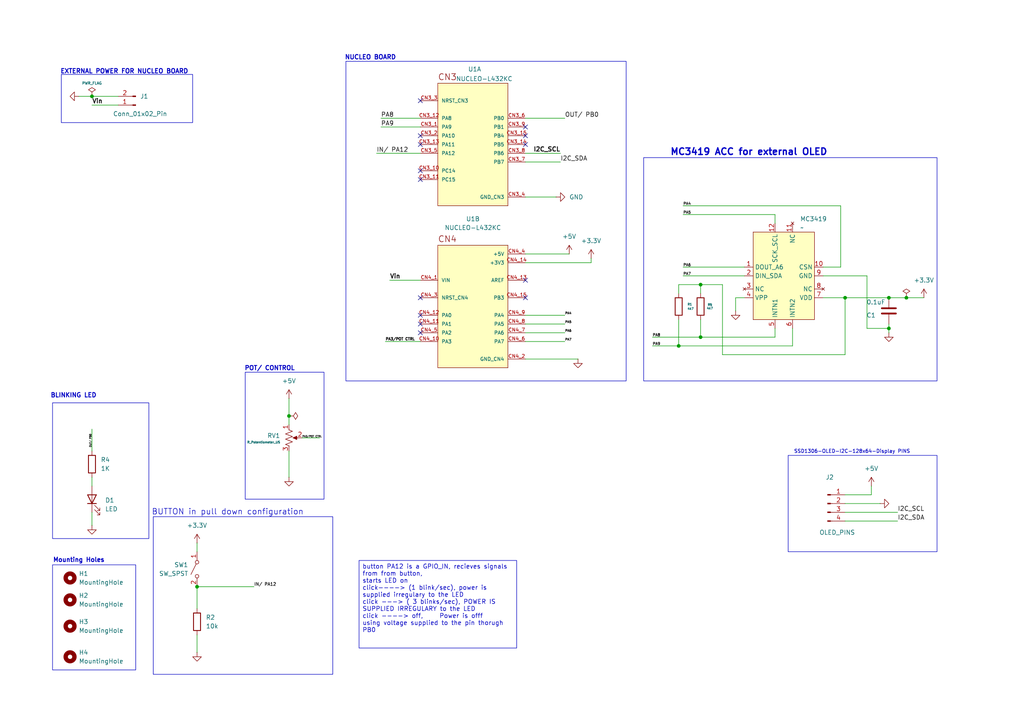
<source format=kicad_sch>
(kicad_sch (version 20231120) (generator "eeschema") (generator_version "8.0")
  (paper "A4")
  (title_block (title "Onboarding Schematic") (date "2024-11-16") (rev "1") (company "Efraim"))
  (lib_symbols
    (symbol "Connector:Conn_01x02_Pin" (pin_names (offset 1.016) hide)
      (property "Reference" "J" (at 0 2.54 0))
      (property "Value" "Conn_01x02_Pin" (at 0 -5.08 0))
      (symbol "Conn_01x02_Pin_1_1"
        (polyline (pts (xy 1.27 -2.54) (xy 0.8636 -2.54)) (stroke (width 0.1524)))
        (polyline (pts (xy 1.27 0) (xy 0.8636 0)) (stroke (width 0.1524)))
        (rectangle (start 0.8636 -2.413) (end 0 -2.667) (stroke (width 0.1524)) (fill (type outline)))
        (rectangle (start 0.8636 0.127) (end 0 -0.127) (stroke (width 0.1524)) (fill (type outline)))
        (pin passive line (at 5.08 0 180) (length 3.81) (name "Pin_1") (number "1"))
        (pin passive line (at 5.08 -2.54 180) (length 3.81) (name "Pin_2") (number "2"))
      )
    )
    (symbol "Connector:Conn_01x04_Pin" (pin_names (offset 1.016) hide)
      (property "Reference" "J" (at 0 5.08 0))
      (property "Value" "Conn_01x04_Pin" (at 0 -7.62 0))
      (symbol "Conn_01x04_Pin_1_1"
        (polyline (pts (xy 1.27 -5.08) (xy 0.8636 -5.08)) (stroke (width 0.1524)))
        (polyline (pts (xy 1.27 -2.54) (xy 0.8636 -2.54)) (stroke (width 0.1524)))
        (polyline (pts (xy 1.27 0) (xy 0.8636 0)) (stroke (width 0.1524)))
        (polyline (pts (xy 1.27 2.54) (xy 0.8636 2.54)) (stroke (width 0.1524)))
        (rectangle (start 0.8636 -4.953) (end 0 -5.207) (stroke (width 0.1524)) (fill (type outline)))
        (rectangle (start 0.8636 -2.413) (end 0 -2.667) (stroke (width 0.1524)) (fill (type outline)))
        (rectangle (start 0.8636 0.127) (end 0 -0.127) (stroke (width 0.1524)) (fill (type outline)))
        (rectangle (start 0.8636 2.667) (end 0 2.413) (stroke (width 0.1524)) (fill (type outline)))
        (pin passive line (at 5.08 2.54 180) (length 3.81) (name "Pin_1") (number "1"))
        (pin passive line (at 5.08 0 180) (length 3.81) (name "Pin_2") (number "2"))
        (pin passive line (at 5.08 -2.54 180) (length 3.81) (name "Pin_3") (number "3"))
        (pin passive line (at 5.08 -5.08 180) (length 3.81) (name "Pin_4") (number "4"))
      )
    )
    (symbol "Device:C" (pin_numbers hide) (pin_names (offset 0.254))
      (property "Reference" "C" (at 0.635 2.54 0))
      (property "Value" "C" (at 0.635 -2.54 0))
      (symbol "C_0_1"
        (polyline (pts (xy -2.032 -0.762) (xy 2.032 -0.762)) (stroke (width 0.508)))
        (polyline (pts (xy -2.032 0.762) (xy 2.032 0.762)) (stroke (width 0.508)))
      )
      (symbol "C_1_1"
        (pin passive line (at 0 3.81 270) (length 2.794) (name "~") (number "1"))
        (pin passive line (at 0 -3.81 90) (length 2.794) (name "~") (number "2"))
      )
    )
    (symbol "Device:LED" (pin_numbers hide) (pin_names (offset 1.016) hide)
      (property "Reference" "D" (at 0 2.54 0))
      (property "Value" "LED" (at 0 -2.54 0))
      (symbol "LED_0_1"
        (polyline (pts (xy -1.27 -1.27) (xy -1.27 1.27)) (stroke (width 0.254)))
        (polyline (pts (xy -1.27 0) (xy 1.27 0)))
        (polyline (pts (xy 1.27 -1.27) (xy 1.27 1.27) (xy -1.27 0) (xy 1.27 -1.27)) (stroke (width 0.254)))
        (polyline (pts (xy -3.048 -0.762) (xy -4.572 -2.286) (xy -3.81 -2.286) (xy -4.572 -2.286) (xy -4.572 -1.524)))
        (polyline (pts (xy -1.778 -0.762) (xy -3.302 -2.286) (xy -2.54 -2.286) (xy -3.302 -2.286) (xy -3.302 -1.524)))
      )
      (symbol "LED_1_1"
        (pin passive line (at -3.81 0 0) (length 2.54) (name "K") (number "1"))
        (pin passive line (at 3.81 0 180) (length 2.54) (name "A") (number "2"))
      )
    )
    (symbol "Device:R" (pin_numbers hide) (pin_names (offset 0))
      (property "Reference" "R" (at 2.032 0 90))
      (property "Value" "R" (at 0 0 90))
      (symbol "R_0_1"
        (rectangle (start -1.016 -2.54) (end 1.016 2.54) (stroke (width 0.254)))
      )
      (symbol "R_1_1"
        (pin passive line (at 0 3.81 270) (length 1.27) (name "~") (number "1"))
        (pin passive line (at 0 -3.81 90) (length 1.27) (name "~") (number "2"))
      )
    )
    (symbol "Device:R_Potentiometer_US" (pin_names (offset 1.016) hide)
      (property "Reference" "RV" (at -4.445 0 90))
      (property "Value" "R_Potentiometer_US" (at -2.54 0 90))
      (symbol "R_Potentiometer_US_0_1"
        (polyline (pts (xy 0 -2.286) (xy 0 -2.54)))
        (polyline (pts (xy 0 2.54) (xy 0 2.286)))
        (polyline (pts (xy 2.54 0) (xy 1.524 0)))
        (polyline (pts (xy 1.143 0) (xy 2.286 0.508) (xy 2.286 -0.508) (xy 1.143 0)) (fill (type outline)))
        (polyline (pts (xy 0 -0.762) (xy 1.016 -1.143) (xy 0 -1.524) (xy -1.016 -1.905) (xy 0 -2.286)))
        (polyline (pts (xy 0 0.762) (xy 1.016 0.381) (xy 0 0) (xy -1.016 -0.381) (xy 0 -0.762)))
        (polyline (pts (xy 0 2.286) (xy 1.016 1.905) (xy 0 1.524) (xy -1.016 1.143) (xy 0 0.762)))
      )
      (symbol "R_Potentiometer_US_1_1"
        (pin passive line (at 0 3.81 270) (length 1.27) (name "1") (number "1"))
        (pin passive line (at 3.81 0 180) (length 1.27) (name "2") (number "2"))
        (pin passive line (at 0 -3.81 90) (length 1.27) (name "3") (number "3"))
      )
    )
    (symbol "Library_with_acc:MC3419"
      (property "Reference" "MC3759" (at 13.208 -10.16 0))
      (symbol "MC3419_1_1"
        (rectangle (start -8.89 13.97) (end 8.89 -11.43) (fill (type background)))
        (pin output line (at -11.43 3.81 0) (length 2.54) (name "DOUT_A6") (number "1"))
        (pin input line (at 11.43 3.81 180) (length 2.54) (name "CSN") (number "10"))
        (pin no_connect line (at 2.54 16.51 270) (length 2.54) (name "NC") (number "11"))
        (pin input line (at -2.54 16.51 270) (length 2.54) (name "SCK_SCL") (number "12"))
        (pin bidirectional line (at -11.43 1.27 0) (length 2.54) (name "DIN_SDA") (number "2"))
        (pin no_connect line (at -11.43 -2.54 0) (length 2.54) (name "NC") (number "3"))
        (pin passive line (at -11.43 -5.08 0) (length 2.54) (name "VPP") (number "4"))
        (pin open_collector line (at -2.54 -13.97 90) (length 2.54) (name "INTN1") (number "5"))
        (pin open_collector line (at 2.54 -13.97 90) (length 2.54) (name "INTN2") (number "6"))
        (pin power_in line (at 11.43 -5.08 180) (length 2.54) (name "VDD") (number "7"))
        (pin no_connect line (at 11.43 -2.54 180) (length 2.54) (name "NC") (number "8"))
        (pin power_in line (at 11.43 1.27 180) (length 2.54) (name "GND") (number "9"))
      )
    )
    (symbol "Mechanical:MountingHole" (pin_names (offset 1.016)) (exclude_from_sim yes) (in_bom no)
      (property "Reference" "H" (at 0 5.08 0))
      (property "Value" "MountingHole" (at 0 3.175 0))
      (symbol "MountingHole_0_1"
        (circle (center 0 0) (radius 1.27) (stroke (width 1.27)))
      )
    )
    (symbol "Switch:SW_SPST" (pin_names (offset 0) hide)
      (property "Reference" "SW" (at 0 3.175 0))
      (property "Value" "SW_SPST" (at 0 -2.54 0))
      (symbol "SW_SPST_0_0"
        (circle (center -2.032 0) (radius 0.508))
        (polyline (pts (xy -1.524 0.254) (xy 1.524 1.778)))
        (circle (center 2.032 0) (radius 0.508))
      )
      (symbol "SW_SPST_1_1"
        (pin passive line (at -5.08 0 0) (length 2.54) (name "A") (number "1"))
        (pin passive line (at 5.08 0 180) (length 2.54) (name "B") (number "2"))
      )
    )
    (symbol "ecocad_lib_symbols:NUCLEO-L432KC" (pin_names (offset 1.016))
      (property "Reference" "U" (at -10.16 21.082 0))
      (property "Value" "NUCLEO-L432KC" (at -10.16 -20.32 0))
      (symbol "NUCLEO-L432KC_1_0"
        (rectangle (start -10.16 -17.78) (end 10.16 17.78) (stroke (width 0.1524)) (fill (type background)))
        (text "CN3" (at -10.16 18.542 0) (effects (font (size 1.778 1.778)) (justify left bottom)))
        (pin bidirectional line (at -15.24 5.08 0) (length 5.08) (name "PA9") (number "CN3_1"))
        (pin bidirectional line (at -15.24 -7.62 0) (length 5.08) (name "PC14") (number "CN3_10"))
        (pin bidirectional line (at -15.24 -10.16 0) (length 5.08) (name "PC15") (number "CN3_11"))
        (pin bidirectional line (at -15.24 7.62 0) (length 5.08) (name "PA8") (number "CN3_12"))
        (pin bidirectional line (at -15.24 0 0) (length 5.08) (name "PA11") (number "CN3_13"))
        (pin bidirectional line (at 15.24 0 180) (length 5.08) (name "PB5") (number "CN3_14"))
        (pin bidirectional line (at 15.24 2.54 180) (length 5.08) (name "PB4") (number "CN3_15"))
        (pin bidirectional line (at -15.24 2.54 0) (length 5.08) (name "PA10") (number "CN3_2"))
        (pin bidirectional line (at -15.24 12.7 0) (length 5.08) (name "NRST_CN3") (number "CN3_3"))
        (pin power_in line (at 15.24 -15.24 180) (length 5.08) (name "GND_CN3") (number "CN3_4"))
        (pin bidirectional line (at -15.24 -2.54 0) (length 5.08) (name "PA12") (number "CN3_5"))
        (pin bidirectional line (at 15.24 7.62 180) (length 5.08) (name "PB0") (number "CN3_6"))
        (pin bidirectional line (at 15.24 -5.08 180) (length 5.08) (name "PB7") (number "CN3_7"))
        (pin bidirectional line (at 15.24 -2.54 180) (length 5.08) (name "PB6") (number "CN3_8"))
        (pin bidirectional line (at 15.24 5.08 180) (length 5.08) (name "PB1") (number "CN3_9"))
      )
      (symbol "NUCLEO-L432KC_2_0"
        (rectangle (start -10.16 -17.78) (end 10.16 17.78) (stroke (width 0.1524)) (fill (type background)))
        (text "CN4" (at -10.16 18.542 0) (effects (font (size 1.778 1.778)) (justify left bottom)))
        (pin input line (at -15.24 7.62 0) (length 5.08) (name "VIN") (number "CN4_1"))
        (pin bidirectional line (at -15.24 -10.16 0) (length 5.08) (name "PA3") (number "CN4_10"))
        (pin bidirectional line (at -15.24 -5.08 0) (length 5.08) (name "PA1") (number "CN4_11"))
        (pin bidirectional line (at -15.24 -2.54 0) (length 5.08) (name "PA0") (number "CN4_12"))
        (pin bidirectional line (at 15.24 7.62 180) (length 5.08) (name "AREF") (number "CN4_13"))
        (pin power_in line (at 15.24 12.7 180) (length 5.08) (name "+3V3") (number "CN4_14"))
        (pin bidirectional line (at 15.24 2.54 180) (length 5.08) (name "PB3") (number "CN4_15"))
        (pin power_in line (at 15.24 -15.24 180) (length 5.08) (name "GND_CN4") (number "CN4_2"))
        (pin bidirectional line (at -15.24 2.54 0) (length 5.08) (name "NRST_CN4") (number "CN4_3"))
        (pin power_in line (at 15.24 15.24 180) (length 5.08) (name "+5V") (number "CN4_4"))
        (pin bidirectional line (at -15.24 -7.62 0) (length 5.08) (name "PA2") (number "CN4_5"))
        (pin bidirectional line (at 15.24 -10.16 180) (length 5.08) (name "PA7") (number "CN4_6"))
        (pin bidirectional line (at 15.24 -7.62 180) (length 5.08) (name "PA6") (number "CN4_7"))
        (pin bidirectional line (at 15.24 -5.08 180) (length 5.08) (name "PA5") (number "CN4_8"))
        (pin bidirectional line (at 15.24 -2.54 180) (length 5.08) (name "PA4") (number "CN4_9"))
      )
    )
    (symbol "power:+3.3V" (power) (pin_numbers hide) (pin_names (offset 0) hide)
      (property "Value" "+3.3V" (at 0 3.556 0))
      (symbol "+3.3V_0_1"
        (polyline (pts (xy -0.762 1.27) (xy 0 2.54)))
        (polyline (pts (xy 0 0) (xy 0 2.54)))
        (polyline (pts (xy 0 2.54) (xy 0.762 1.27)))
      )
      (symbol "+3.3V_1_1"
        (pin power_in line (at 0 0 90) (length 0) (name "~") (number "1"))
      )
    )
    (symbol "power:+5V" (power) (pin_numbers hide) (pin_names (offset 0) hide)
      (property "Value" "+5V" (at 0 3.556 0))
      (symbol "+5V_0_1"
        (polyline (pts (xy -0.762 1.27) (xy 0 2.54)))
        (polyline (pts (xy 0 0) (xy 0 2.54)))
        (polyline (pts (xy 0 2.54) (xy 0.762 1.27)))
      )
      (symbol "+5V_1_1"
        (pin power_in line (at 0 0 90) (length 0) (name "~") (number "1"))
      )
    )
    (symbol "power:GND" (power) (pin_numbers hide) (pin_names (offset 0) hide)
      (property "Value" "GND" (at 0 -3.81 0))
      (symbol "GND_0_1"
        (polyline (pts (xy 0 0) (xy 0 -1.27) (xy 1.27 -1.27) (xy 0 -2.54) (xy -1.27 -1.27) (xy 0 -1.27)))
      )
      (symbol "GND_1_1"
        (pin power_in line (at 0 0 270) (length 0) (name "~") (number "1"))
      )
    )
    (symbol "power:PWR_FLAG" (power) (pin_numbers hide) (pin_names (offset 0) hide)
      (property "Value" "PWR_FLAG" (at 0 3.81 0))
      (symbol "PWR_FLAG_0_0"
        (pin power_out line (at 0 0 90) (length 0) (name "~") (number "1"))
      )
      (symbol "PWR_FLAG_0_1"
        (polyline (pts (xy 0 0) (xy 0 1.27) (xy -1.016 1.905) (xy 0 2.54) (xy 1.016 1.905) (xy 0 1.27)))
      )
    )
  )
  (junction (at 83.82 120.65))
  (junction (at 257.81 95.25))
  (junction (at 26.67 27.94))
  (junction (at 57.15 170.18))
  (junction (at 262.89 86.36))
  (junction (at 203.2 82.55))
  (junction (at 245.11 86.36))
  (junction (at 257.81 86.36))
  (junction (at 203.2 97.79))
  (junction (at 196.85 100.33))
  (no_connect (at 121.92 91.44))
  (no_connect (at 152.4 41.91))
  (no_connect (at 121.92 41.91))
  (no_connect (at 121.92 52.07))
  (no_connect (at 121.92 93.98))
  (no_connect (at 121.92 96.52))
  (no_connect (at 121.92 29.21))
  (no_connect (at 121.92 86.36))
  (no_connect (at 121.92 39.37))
  (no_connect (at 152.4 81.28))
  (no_connect (at 152.4 36.83))
  (no_connect (at 152.4 86.36))
  (no_connect (at 121.92 49.53))
  (no_connect (at 152.4 39.37))
  (wire (pts (xy 245.11 102.87) (xy 209.55 102.87)))
  (wire (pts (xy 113.03 81.28) (xy 121.92 81.28)))
  (wire (pts (xy 213.36 86.36) (xy 213.36 90.17)))
  (wire (pts (xy 152.4 91.44) (xy 163.83 91.44)))
  (wire (pts (xy 224.79 95.25) (xy 224.79 97.79)))
  (wire (pts (xy 198.12 77.47) (xy 215.9 77.47)))
  (wire (pts (xy 110.49 36.83) (xy 121.92 36.83)))
  (wire (pts (xy 251.46 80.01) (xy 251.46 95.25)))
  (wire (pts (xy 152.4 73.66) (xy 165.1 73.66)))
  (wire (pts (xy 257.81 95.25) (xy 257.81 96.52)))
  (wire (pts (xy 57.15 184.15) (xy 57.15 189.23)))
  (wire (pts (xy 152.4 57.15) (xy 161.29 57.15)))
  (wire (pts (xy 245.11 146.05) (xy 255.27 146.05)))
  (wire (pts (xy 152.4 93.98) (xy 163.83 93.98)))
  (wire (pts (xy 262.89 86.36) (xy 267.97 86.36)))
  (wire (pts (xy 238.76 77.47) (xy 243.84 77.47)))
  (wire (pts (xy 252.73 140.97) (xy 252.73 143.51)))
  (wire (pts (xy 111.76 99.06) (xy 121.92 99.06)))
  (wire (pts (xy 224.79 64.77) (xy 224.79 62.23)))
  (wire (pts (xy 203.2 82.55) (xy 196.85 82.55)))
  (wire (pts (xy 83.82 115.57) (xy 83.82 120.65)))
  (wire (pts (xy 198.12 59.69) (xy 243.84 59.69)))
  (wire (pts (xy 26.67 148.59) (xy 26.67 152.4)))
  (wire (pts (xy 245.11 143.51) (xy 252.73 143.51)))
  (wire (pts (xy 189.23 100.33) (xy 196.85 100.33)))
  (wire (pts (xy 196.85 82.55) (xy 196.85 85.09)))
  (wire (pts (xy 203.2 97.79) (xy 224.79 97.79)))
  (wire (pts (xy 152.4 104.14) (xy 167.64 104.14)))
  (wire (pts (xy 245.11 86.36) (xy 257.81 86.36)))
  (wire (pts (xy 26.67 138.43) (xy 26.67 140.97)))
  (wire (pts (xy 198.12 80.01) (xy 215.9 80.01)))
  (wire (pts (xy 198.12 62.23) (xy 224.79 62.23)))
  (wire (pts (xy 171.45 74.93) (xy 171.45 76.2)))
  (wire (pts (xy 152.4 44.45) (xy 162.56 44.45)))
  (wire (pts (xy 109.22 44.45) (xy 121.92 44.45)))
  (wire (pts (xy 238.76 86.36) (xy 245.11 86.36)))
  (wire (pts (xy 229.87 95.25) (xy 229.87 100.33)))
  (wire (pts (xy 196.85 92.71) (xy 196.85 100.33)))
  (wire (pts (xy 245.11 151.13) (xy 260.35 151.13)))
  (wire (pts (xy 26.67 30.48) (xy 34.29 30.48)))
  (wire (pts (xy 238.76 80.01) (xy 251.46 80.01)))
  (wire (pts (xy 26.67 27.94) (xy 34.29 27.94)))
  (wire (pts (xy 22.86 27.94) (xy 26.67 27.94)))
  (wire (pts (xy 196.85 100.33) (xy 229.87 100.33)))
  (wire (pts (xy 257.81 86.36) (xy 262.89 86.36)))
  (wire (pts (xy 152.4 46.99) (xy 162.56 46.99)))
  (wire (pts (xy 243.84 77.47) (xy 243.84 59.69)))
  (wire (pts (xy 245.11 148.59) (xy 260.35 148.59)))
  (wire (pts (xy 189.23 97.79) (xy 203.2 97.79)))
  (wire (pts (xy 152.4 99.06) (xy 163.83 99.06)))
  (wire (pts (xy 57.15 176.53) (xy 57.15 170.18)))
  (wire (pts (xy 209.55 82.55) (xy 203.2 82.55)))
  (wire (pts (xy 251.46 95.25) (xy 257.81 95.25)))
  (wire (pts (xy 152.4 76.2) (xy 171.45 76.2)))
  (wire (pts (xy 83.82 120.65) (xy 83.82 123.19)))
  (wire (pts (xy 152.4 96.52) (xy 163.83 96.52)))
  (wire (pts (xy 245.11 86.36) (xy 245.11 102.87)))
  (wire (pts (xy 26.67 124.46) (xy 26.67 130.81)))
  (wire (pts (xy 87.63 127) (xy 92.71 127)))
  (wire (pts (xy 57.15 157.48) (xy 57.15 160.02)))
  (wire (pts (xy 203.2 82.55) (xy 203.2 85.09)))
  (wire (pts (xy 83.82 130.81) (xy 83.82 138.43)))
  (wire (pts (xy 152.4 34.29) (xy 163.83 34.29)))
  (wire (pts (xy 203.2 92.71) (xy 203.2 97.79)))
  (wire (pts (xy 110.49 34.29) (xy 121.92 34.29)))
  (wire (pts (xy 257.81 93.98) (xy 257.81 95.25)))
  (wire (pts (xy 215.9 86.36) (xy 213.36 86.36)))
  (wire (pts (xy 57.15 170.18) (xy 73.66 170.18)))
  (wire (pts (xy 209.55 102.87) (xy 209.55 82.55)))
  (rectangle (start 71.12 107.95) (end 93.98 144.78))
  (rectangle (start 100.33 17.78) (end 181.61 110.49))
  (rectangle (start 228.6 132.08) (end 271.78 160.02))
  (rectangle (start 17.78 21.59) (end 55.88 35.56))
  (rectangle (start 44.45 149.86) (end 96.52 195.58))
  (rectangle (start 15.24 116.84) (end 43.18 156.21))
  (rectangle (start 15.24 163.83) (end 39.37 194.31))
  (rectangle (start 186.69 45.72) (end 271.78 110.49))
  (text_box "button PA12 is a GPIO_IN, recieves signals from from button, \nstarts LED on \nclick----> (1 blink/sec), power is supplied irregulary to the LED\nclick ---> ( 3 blinks/sec), POWER IS SUPPLIED IRREGULARY to the LED\nclick ----> off,     Power is offf\nusing voltage supplied to the pin thorugh PB0\n\n" (at 104.14 162.56 0) (size 45.72 25.4) (effects (font (size 1.27 1.27)) (justify left top)))
  (text "EXTERNAL POWER FOR NUCLEO BOARD" (at 36.068 20.828 0) (effects (font (size 1.27 1.27) (thickness 0.254) (bold yes))))
  (text "BLINKING LED" (at 21.336 114.808 0) (effects (font (size 1.27 1.27) (thickness 0.254) (bold yes))))
  (text "Mounting Holes" (at 22.86 162.56 0) (effects (font (size 1.27 1.27) (thickness 0.254) (bold yes))))
  (text "SSD1306-OLED-I2C-128x64-Display PINS" (at 247.142 131.064 0) (effects (font (size 1.016 1.016))))
  (text "MC3419 ACC for external OLED " (at 217.932 44.196 0) (effects (font (size 1.905 1.905) (thickness 0.381) (bold yes))))
  (text "POT/ CONTROL" (at 78.232 106.934 0) (effects (font (size 1.27 1.27) (thickness 0.254) (bold yes))))
  (text "NUCLEO BOARD" (at 107.442 16.764 0) (effects (font (size 1.27 1.27) (thickness 0.254) (bold yes))))
  (text "BUTTON in pull down configuration" (at 66.04 148.59 0) (effects (font (size 1.651 1.651))))
  (label "PA7" (at 198.12 80.01 0) (effects (font (size 0.762 0.762))))
  (label "OUT{slash} PB0" (at 26.67 125.73 270) (effects (font (size 0.508 0.508))))
  (label "Vin" (at 113.03 81.28 0) (effects (font (thickness 0.254) (bold yes))))
  (label "PA4" (at 163.83 91.44 0) (effects (font (size 0.635 0.635) (thickness 0.254) (bold yes))))
  (label "PA3{slash}POT CTRL" (at 111.76 99.06 0) (effects (font (size 0.762 0.762) (thickness 0.254) (bold yes))))
  (label "PA9" (at 110.49 36.83 0))
  (label "I2C_SCL" (at 260.35 148.59 0))
  (label "PA5" (at 198.12 62.23 0) (effects (font (size 0.762 0.762))))
  (label "IN{slash} PA12" (at 109.22 44.45 0))
  (label "I2C_SDA" (at 162.56 46.99 0))
  (label "Vin" (at 26.67 30.48 0) (effects (font (thickness 0.254) (bold yes))))
  (label "IN{slash} PA12" (at 73.66 170.18 0) (effects (font (size 0.889 0.889))))
  (label "I2C_SCL" (at 162.56 44.45 180) (effects (font (thickness 0.254) (bold yes))))
  (label "PA9" (at 189.23 100.33 0) (effects (font (size 0.762 0.762))))
  (label "I2C_SDA" (at 260.35 151.13 0))
  (label "PA6" (at 198.12 77.47 0) (effects (font (size 0.762 0.762))))
  (label "PA7" (at 163.83 99.06 0) (effects (font (size 0.635 0.635) (thickness 0.254) (bold yes))))
  (label "OUT{slash} PB0" (at 163.83 34.29 0))
  (label "PA5" (at 163.83 93.98 0) (effects (font (size 0.635 0.635) (thickness 0.254) (bold yes))))
  (label "PA6" (at 163.83 96.52 0) (effects (font (size 0.635 0.635) (thickness 0.254) (bold yes))))
  (label "PA4" (at 198.12 59.69 0) (effects (font (size 0.762 0.762))))
  (label "PA8" (at 110.49 34.29 0))
  (label "PA3{slash}POT CTRL" (at 87.63 127 0) (effects (font (size 0.508 0.508))))
  (label "PA8" (at 189.23 97.79 0) (effects (font (size 0.762 0.762))))
  (symbol (lib_id "Connector:Conn_01x02_Pin") (at 39.37 30.48 180) (unit 1)
    (property "Reference" "J1" (at 40.64 27.9399 0) (effects (justify right)))
    (property "Value" "Conn_01x02_Pin" (at 32.766 33.02 0) (effects (justify right)))
    (property "Footprint" "Connector_PinHeader_2.54mm:PinHeader_1x02_P2.54mm_Vertical" (effects (hide yes)))
    (property "Description" "Generic connector, single row, 01x02, script generated" (effects (hide yes)))
  )
  (symbol (lib_id "power:+3.3V") (at 171.45 74.93 0) (unit 1)
    (property "Reference" "#PWR013" (effects (hide yes)))
    (property "Value" "+3.3V" (at 171.45 69.85 0))
    (property "Description" "Power symbol creates a global label with name \"+3.3V\"" (effects (hide yes)))
  )
  (symbol (lib_id "power:PWR_FLAG") (at 262.89 86.36 0) (unit 1)
    (property "Reference" "#FLG02" (effects (hide yes)))
    (property "Value" "PWR_FLAG" (effects (hide yes)))
    (property "Description" "Special symbol for telling ERC where power comes from" (effects (hide yes)))
  )
  (symbol (lib_id "Device:R_Potentiometer_US") (at 83.82 127 0) (unit 1)
    (property "Reference" "RV1" (at 81.28 126.3649 0) (effects (justify right)))
    (property "Value" "R_Potentiometer_US" (at 81.28 128.27 0) (effects (font (size 0.635 0.635)) (justify right)))
    (property "Footprint" "LIB_PTN091-V05115K1B:PTN091V05115K1B" (effects (hide yes)))
    (property "Description" "Potentiometer, US symbol" (effects (hide yes)))
  )
  (symbol (lib_id "power:GND") (at 57.15 189.23 0) (unit 1)
    (property "Reference" "#PWR07" (effects (hide yes)))
    (property "Value" "GND" (effects (hide yes)))
    (property "Description" "Power symbol creates a global label with name \"GND\" , ground" (effects (hide yes)))
  )
  (symbol (lib_id "power:GND") (at 255.27 146.05 90) (unit 1)
    (property "Reference" "#PWR015" (effects (hide yes)))
    (property "Value" "GND" (effects (hide yes)))
    (property "Description" "Power symbol creates a global label with name \"GND\" , ground" (effects (hide yes)))
  )
  (symbol (lib_id "Mechanical:MountingHole") (at 20.32 167.64 0) (unit 1) (exclude_from_sim yes) (in_bom no)
    (property "Reference" "H1" (at 22.86 166.3699 0) (effects (justify left)))
    (property "Value" "MountingHole" (at 22.86 168.9099 0) (effects (justify left)))
    (property "Footprint" "MountingHole:MountingHole_2.2mm_M2" (effects (hide yes)))
    (property "Description" "Mounting Hole without connection" (effects (hide yes)))
  )
  (symbol (lib_id "Device:R") (at 26.67 134.62 0) (unit 1)
    (property "Reference" "R4" (at 29.21 133.3499 0) (effects (justify left)))
    (property "Value" "1K" (at 29.21 135.8899 0) (effects (justify left)))
    (property "Footprint" "Resistor_SMD:R_0402_1005Metric" (effects (hide yes)))
    (property "Description" "Resistor" (effects (hide yes)))
  )
  (symbol (lib_id "Device:LED") (at 26.67 144.78 90) (unit 1)
    (property "Reference" "D1" (at 30.48 145.0974 90) (effects (justify right)))
    (property "Value" "LED" (at 30.48 147.6374 90) (effects (justify right)))
    (property "Footprint" "LED_THT:LED_D3.0mm" (effects (hide yes)))
    (property "Description" "Light emitting diode" (effects (hide yes)))
  )
  (symbol (lib_id "Library_with_acc:MC3419") (at 227.33 81.28 0) (unit 1)
    (property "Reference" "MC3419" (at 232.0641 63.5 0) (effects (justify left)))
    (property "Value" "~" (at 232.0641 66.04 0) (effects (justify left)))
    (property "Footprint" "ecocad_lib_footprints:MC3479_MEM" (effects (hide yes)))
  )
  (symbol (lib_id "Device:R") (at 196.85 88.9 0) (unit 1)
    (property "Reference" "R1" (at 199.39 88.265 0) (effects (font (size 0.635 0.635)) (justify left)))
    (property "Value" "4k7" (at 199.39 89.535 0) (effects (font (size 0.635 0.635)) (justify left)))
    (property "Footprint" "Resistor_SMD:R_0402_1005Metric" (effects (hide yes)))
    (property "Description" "Resistor" (effects (hide yes)))
  )
  (symbol (lib_id "power:GND") (at 161.29 57.15 90) (unit 1)
    (property "Reference" "#PWR010" (effects (hide yes)))
    (property "Value" "GND" (at 165.1 57.1499 90) (effects (justify right)))
    (property "Description" "Power symbol creates a global label with name \"GND\" , ground" (effects (hide yes)))
  )
  (symbol (lib_id "power:GND") (at 26.67 152.4 0) (unit 1)
    (property "Reference" "#PWR011" (effects (hide yes)))
    (property "Value" "GND" (effects (hide yes)))
    (property "Description" "Power symbol creates a global label with name \"GND\" , ground" (effects (hide yes)))
  )
  (symbol (lib_id "Mechanical:MountingHole") (at 20.32 181.61 0) (unit 1) (exclude_from_sim yes) (in_bom no)
    (property "Reference" "H3" (at 22.86 180.3399 0) (effects (justify left)))
    (property "Value" "MountingHole" (at 22.86 182.8799 0) (effects (justify left)))
    (property "Footprint" "MountingHole:MountingHole_2.2mm_M2" (effects (hide yes)))
    (property "Description" "Mounting Hole without connection" (effects (hide yes)))
  )
  (symbol (lib_id "power:+5V") (at 252.73 140.97 0) (unit 1)
    (property "Reference" "#PWR014" (effects (hide yes)))
    (property "Value" "+5V" (at 252.73 135.89 0))
    (property "Description" "Power symbol creates a global label with name \"+5V\"" (effects (hide yes)))
  )
  (symbol (lib_id "Mechanical:MountingHole") (at 20.32 173.99 0) (unit 1) (exclude_from_sim yes) (in_bom no)
    (property "Reference" "H2" (at 22.86 172.7199 0) (effects (justify left)))
    (property "Value" "MountingHole" (at 22.86 175.2599 0) (effects (justify left)))
    (property "Footprint" "MountingHole:MountingHole_2.2mm_M2" (effects (hide yes)))
    (property "Description" "Mounting Hole without connection" (effects (hide yes)))
  )
  (symbol (lib_id "power:GND") (at 213.36 90.17 0) (unit 1)
    (property "Reference" "#PWR02" (effects (hide yes)))
    (property "Value" "GND" (effects (hide yes)))
    (property "Description" "Power symbol creates a global label with name \"GND\" , ground" (effects (hide yes)))
  )
  (symbol (lib_id "power:GND") (at 167.64 104.14 0) (unit 1)
    (property "Reference" "#PWR04" (effects (hide yes)))
    (property "Value" "GND" (effects (hide yes)))
    (property "Description" "Power symbol creates a global label with name \"GND\" , ground" (effects (hide yes)))
  )
  (symbol (lib_id "power:GND") (at 83.82 138.43 0) (unit 1)
    (property "Reference" "#PWR08" (effects (hide yes)))
    (property "Value" "GND" (effects (hide yes)))
    (property "Description" "Power symbol creates a global label with name \"GND\" , ground" (effects (hide yes)))
  )
  (symbol (lib_id "Device:R") (at 57.15 180.34 0) (unit 1)
    (property "Reference" "R2" (at 59.69 179.0699 0) (effects (justify left)))
    (property "Value" "10k" (at 59.69 181.6099 0) (effects (justify left)))
    (property "Footprint" "Resistor_SMD:R_0402_1005Metric" (effects (hide yes)))
    (property "Description" "Resistor" (effects (hide yes)))
  )
  (symbol (lib_id "ecocad_lib_symbols:NUCLEO-L432KC") (at 137.16 88.9 0) (unit 2)
    (property "Reference" "U1" (at 137.16 63.5 0))
    (property "Value" "NUCLEO-L432KC" (at 137.16 66.04 0))
    (property "Footprint" "ecocad_lib_footprints:MODULE_NUCLEO-L432KC" (effects (hide yes)))
    (property "PARTREV" "N/A" (effects (hide yes)))
    (property "STANDARD" "Manufacturer Recommendations" (effects (hide yes)))
    (property "MAXIMUM_PACKAGE_HEIGHT" "N/A" (effects (hide yes)))
    (property "MANUFACTURER" "ST Microelectronics" (effects (hide yes)))
  )
  (symbol (lib_id "power:GND") (at 257.81 96.52 0) (unit 1)
    (property "Reference" "#PWR01" (effects (hide yes)))
    (property "Value" "GND" (effects (hide yes)))
    (property "Description" "Power symbol creates a global label with name \"GND\" , ground" (effects (hide yes)))
  )
  (symbol (lib_id "power:PWR_FLAG") (at 26.67 27.94 0) (unit 1)
    (property "Reference" "#FLG03" (effects (hide yes)))
    (property "Value" "PWR_FLAG" (at 26.67 24.13 0) (effects (font (size 0.762 0.762))))
    (property "Description" "Special symbol for telling ERC where power comes from" (effects (hide yes)))
  )
  (symbol (lib_id "Connector:Conn_01x04_Pin") (at 240.03 146.05 0) (unit 1)
    (property "Reference" "J2" (at 240.665 138.43 0))
    (property "Value" "OLED_PINS" (at 242.824 154.432 0))
    (property "Footprint" "Connector_PinHeader_2.54mm:PinHeader_1x04_P2.54mm_Vertical" (effects (hide yes)))
    (property "Description" "Generic connector, single row, 01x04, script generated" (effects (hide yes)))
  )
  (symbol (lib_id "Switch:SW_SPST") (at 57.15 165.1 90) (mirror x) (unit 1)
    (property "Reference" "SW1" (at 54.61 163.8299 90) (effects (justify left)))
    (property "Value" "SW_SPST" (at 54.61 166.3699 90) (effects (justify left)))
    (property "Footprint" "Button_Switch_SMD:SW_SPST_B3U-1000P" (effects (hide yes)))
    (property "Description" "Single Pole Single Throw (SPST) switch" (effects (hide yes)))
  )
  (symbol (lib_id "power:+5V") (at 165.1 73.66 0) (unit 1)
    (property "Reference" "#PWR012" (effects (hide yes)))
    (property "Value" "+5V" (at 165.1 68.58 0))
    (property "Description" "Power symbol creates a global label with name \"+5V\"" (effects (hide yes)))
  )
  (symbol (lib_id "power:PWR_FLAG") (at 83.82 120.65 270) (unit 1)
    (property "Reference" "#FLG01" (effects (hide yes)))
    (property "Value" "PWR_FLAG" (effects (hide yes)))
    (property "Description" "Special symbol for telling ERC where power comes from" (effects (hide yes)))
  )
  (symbol (lib_id "ecocad_lib_symbols:NUCLEO-L432KC") (at 137.16 41.91 0) (unit 1)
    (property "Reference" "U1" (at 137.668 20.066 0))
    (property "Value" "NUCLEO-L432KC" (at 140.462 22.86 0))
    (property "Footprint" "ecocad_lib_footprints:MODULE_NUCLEO-L432KC" (effects (hide yes)))
    (property "PARTREV" "N/A" (effects (hide yes)))
    (property "STANDARD" "Manufacturer Recommendations" (effects (hide yes)))
    (property "MAXIMUM_PACKAGE_HEIGHT" "N/A" (effects (hide yes)))
    (property "MANUFACTURER" "ST Microelectronics" (effects (hide yes)))
  )
  (symbol (lib_id "power:+5V") (at 83.82 115.57 0) (unit 1)
    (property "Reference" "#PWR09" (effects (hide yes)))
    (property "Value" "+5V" (at 83.82 110.49 0))
    (property "Description" "Power symbol creates a global label with name \"+5V\"" (effects (hide yes)))
  )
  (symbol (lib_id "Device:C") (at 257.81 90.17 180) (unit 1)
    (property "Reference" "C1" (at 254 91.4401 0) (effects (justify left)))
    (property "Value" "0.1uF" (at 256.794 87.63 0) (effects (justify left)))
    (property "Footprint" "Capacitor_SMD:C_0805_2012Metric" (effects (hide yes)))
    (property "Description" "Unpolarized capacitor" (effects (hide yes)))
  )
  (symbol (lib_id "Device:R") (at 203.2 88.9 0) (unit 1)
    (property "Reference" "R5" (at 205.232 88.392 0) (effects (font (size 0.635 0.635)) (justify left)))
    (property "Value" "4k7" (at 204.978 89.408 0) (effects (font (size 0.635 0.635)) (justify left)))
    (property "Footprint" "Resistor_SMD:R_0402_1005Metric" (effects (hide yes)))
    (property "Description" "Resistor" (effects (hide yes)))
  )
  (symbol (lib_id "power:GND") (at 22.86 27.94 270) (unit 1)
    (property "Reference" "#PWR03" (effects (hide yes)))
    (property "Value" "GND" (effects (hide yes)))
    (property "Description" "Power symbol creates a global label with name \"GND\" , ground" (effects (hide yes)))
  )
  (symbol (lib_id "power:+3.3V") (at 267.97 86.36 0) (unit 1)
    (property "Reference" "#PWR05" (effects (hide yes)))
    (property "Value" "+3.3V" (at 267.97 81.28 0))
    (property "Description" "Power symbol creates a global label with name \"+3.3V\"" (effects (hide yes)))
  )
  (symbol (lib_id "Mechanical:MountingHole") (at 20.32 190.5 0) (unit 1) (exclude_from_sim yes) (in_bom no)
    (property "Reference" "H4" (at 22.86 189.2299 0) (effects (justify left)))
    (property "Value" "MountingHole" (at 22.86 191.7699 0) (effects (justify left)))
    (property "Footprint" "MountingHole:MountingHole_2.2mm_M2" (effects (hide yes)))
    (property "Description" "Mounting Hole without connection" (effects (hide yes)))
  )
  (symbol (lib_id "power:+3.3V") (at 57.15 157.48 0) (unit 1)
    (property "Reference" "#PWR06" (effects (hide yes)))
    (property "Value" "+3.3V" (at 57.15 152.4 0))
    (property "Description" "Power symbol creates a global label with name \"+3.3V\"" (effects (hide yes)))
  )
)
</source>
